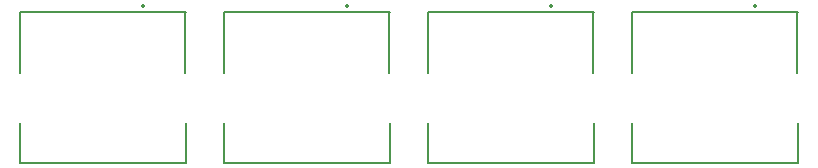
<source format=gbr>
%TF.GenerationSoftware,Altium Limited,Altium Designer,25.6.2 (33)*%
G04 Layer_Color=65535*
%FSLAX45Y45*%
%MOMM*%
%TF.SameCoordinates,5DA55B6F-82E9-41E6-B114-64E7E2ADA8B0*%
%TF.FilePolarity,Positive*%
%TF.FileFunction,Legend,Top*%
%TF.Part,Single*%
G01*
G75*
%TA.AperFunction,NonConductor*%
%ADD22C,0.20000*%
%ADD23C,0.12700*%
D22*
X1213600Y1610300D02*
G03*
X1213600Y1610300I-10000J0D01*
G01*
X6395200D02*
G03*
X6395200Y1610300I-10000J0D01*
G01*
X4668000D02*
G03*
X4668000Y1610300I-10000J0D01*
G01*
X2940800D02*
G03*
X2940800Y1610300I-10000J0D01*
G01*
D23*
X1563600Y279300D02*
Y623300D01*
X163600Y279300D02*
Y623300D01*
X1560600Y1041300D02*
Y1562300D01*
X163600Y1041300D02*
Y1562300D01*
X1560600D02*
X1563600D01*
X163600D02*
X1560600D01*
X163600Y279300D02*
X1563600D01*
X5345200D02*
X6745200D01*
X5345200Y1562300D02*
X6742200D01*
X6745200D01*
X5345200Y1041300D02*
Y1562300D01*
X6742200Y1041300D02*
Y1562300D01*
X5345200Y279300D02*
Y623300D01*
X6745200Y279300D02*
Y623300D01*
X3618000Y279300D02*
X5018000D01*
X3618000Y1562300D02*
X5015000D01*
X5018000D01*
X3618000Y1041300D02*
Y1562300D01*
X5015000Y1041300D02*
Y1562300D01*
X3618000Y279300D02*
Y623300D01*
X5018000Y279300D02*
Y623300D01*
X1890800Y279300D02*
X3290800D01*
X1890800Y1562300D02*
X3287800D01*
X3290800D01*
X1890800Y1041300D02*
Y1562300D01*
X3287800Y1041300D02*
Y1562300D01*
X1890800Y279300D02*
Y623300D01*
X3290800Y279300D02*
Y623300D01*
%TF.MD5,af546cd2de8df0d5ce29f0454d6e543c*%
M02*

</source>
